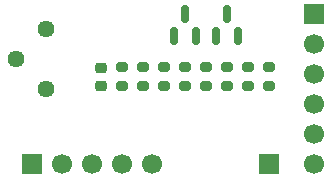
<source format=gbr>
%TF.GenerationSoftware,KiCad,Pcbnew,9.0.3*%
%TF.CreationDate,2025-09-20T16:11:44+08:00*%
%TF.ProjectId,Atari2600_2TransistorCompMod,41746172-6932-4363-9030-5f325472616e,rev?*%
%TF.SameCoordinates,Original*%
%TF.FileFunction,Soldermask,Top*%
%TF.FilePolarity,Negative*%
%FSLAX46Y46*%
G04 Gerber Fmt 4.6, Leading zero omitted, Abs format (unit mm)*
G04 Created by KiCad (PCBNEW 9.0.3) date 2025-09-20 16:11:44*
%MOMM*%
%LPD*%
G01*
G04 APERTURE LIST*
G04 Aperture macros list*
%AMRoundRect*
0 Rectangle with rounded corners*
0 $1 Rounding radius*
0 $2 $3 $4 $5 $6 $7 $8 $9 X,Y pos of 4 corners*
0 Add a 4 corners polygon primitive as box body*
4,1,4,$2,$3,$4,$5,$6,$7,$8,$9,$2,$3,0*
0 Add four circle primitives for the rounded corners*
1,1,$1+$1,$2,$3*
1,1,$1+$1,$4,$5*
1,1,$1+$1,$6,$7*
1,1,$1+$1,$8,$9*
0 Add four rect primitives between the rounded corners*
20,1,$1+$1,$2,$3,$4,$5,0*
20,1,$1+$1,$4,$5,$6,$7,0*
20,1,$1+$1,$6,$7,$8,$9,0*
20,1,$1+$1,$8,$9,$2,$3,0*%
G04 Aperture macros list end*
%ADD10R,1.700000X1.700000*%
%ADD11C,1.700000*%
%ADD12RoundRect,0.200000X0.275000X-0.200000X0.275000X0.200000X-0.275000X0.200000X-0.275000X-0.200000X0*%
%ADD13RoundRect,0.225000X0.250000X-0.225000X0.250000X0.225000X-0.250000X0.225000X-0.250000X-0.225000X0*%
%ADD14RoundRect,0.200000X-0.275000X0.200000X-0.275000X-0.200000X0.275000X-0.200000X0.275000X0.200000X0*%
%ADD15C,1.440000*%
%ADD16RoundRect,0.150000X0.150000X-0.587500X0.150000X0.587500X-0.150000X0.587500X-0.150000X-0.587500X0*%
G04 APERTURE END LIST*
D10*
%TO.C,J3*%
X93726000Y-58928000D03*
D11*
X93726000Y-61468000D03*
X93726000Y-64008000D03*
X93726000Y-66548000D03*
X93726000Y-69088000D03*
X93726000Y-71628000D03*
%TD*%
D12*
%TO.C,R1*%
X77470000Y-65087000D03*
X77470000Y-63437000D03*
%TD*%
%TO.C,R2*%
X79248000Y-65087000D03*
X79248000Y-63437000D03*
%TD*%
D10*
%TO.C,J2*%
X89916000Y-71628000D03*
%TD*%
D13*
%TO.C,C1*%
X75692000Y-65037000D03*
X75692000Y-63487000D03*
%TD*%
D12*
%TO.C,R8*%
X89916000Y-65087000D03*
X89916000Y-63437000D03*
%TD*%
D14*
%TO.C,R5*%
X84582000Y-63437000D03*
X84582000Y-65087000D03*
%TD*%
D12*
%TO.C,R4*%
X82804000Y-65087000D03*
X82804000Y-63437000D03*
%TD*%
%TO.C,R7*%
X88138000Y-65087000D03*
X88138000Y-63437000D03*
%TD*%
D14*
%TO.C,R3*%
X81026000Y-63437000D03*
X81026000Y-65087000D03*
%TD*%
D15*
%TO.C,RV1*%
X71060000Y-60198000D03*
X68520000Y-62738000D03*
X71060000Y-65278000D03*
%TD*%
D16*
%TO.C,Q1*%
X81854000Y-60803000D03*
X83754000Y-60803000D03*
X82804000Y-58928000D03*
%TD*%
%TO.C,Q2*%
X85410000Y-60803000D03*
X87310000Y-60803000D03*
X86360000Y-58928000D03*
%TD*%
D14*
%TO.C,R6*%
X86360000Y-63437000D03*
X86360000Y-65087000D03*
%TD*%
D10*
%TO.C,J1*%
X69850000Y-71628000D03*
D11*
X72390000Y-71628000D03*
X74930000Y-71628000D03*
X77470000Y-71628000D03*
X80010000Y-71628000D03*
%TD*%
M02*

</source>
